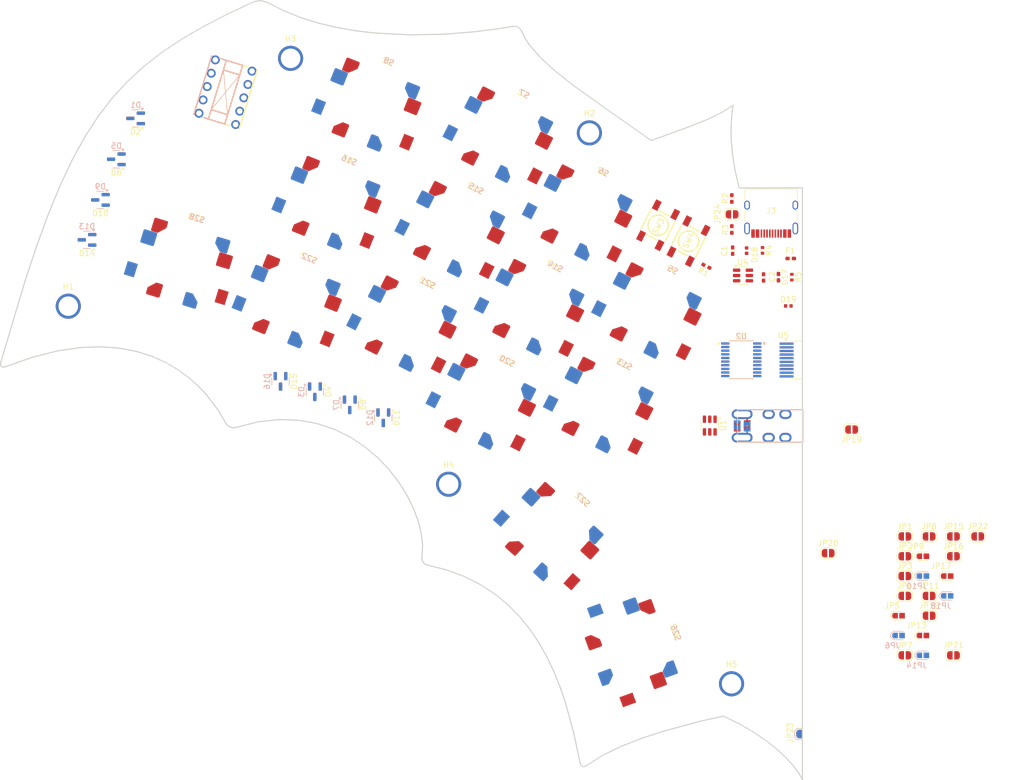
<source format=kicad_pcb>
(kicad_pcb (version 20240108) (generator "pcbnew") (generator_version "8.0")
  (layers (0 "F.Cu" signal) (31 "B.Cu" signal) (34 "B.Paste" user) (35 "F.Paste" user) (36 "B.SilkS" user "B.Silkscreen") (37 "F.SilkS" user "F.Silkscreen") (38 "B.Mask" user) (39 "F.Mask" user) (44 "Edge.Cuts" user))
  (net 0 "")
  (net 1 "VCC")
  (net 2 "GND")
  (net 3 "+3.3V")
  (net 4 "ROW1")
  (net 5 "Net-(D1-A-Pad1)")
  (net 6 "Net-(D1-A-Pad2)")
  (net 7 "Net-(D2-K)")
  (net 8 "Net-(D2-A-Pad1)")
  (net 9 "Net-(D2-A-Pad2)")
  (net 10 "Net-(D3-A-Pad2)")
  (net 11 "Net-(D3-A-Pad1)")
  (net 12 "Net-(D4-A-Pad2)")
  (net 13 "Net-(D4-A-Pad1)")
  (net 14 "Net-(D5-A-Pad2)")
  (net 15 "ROW2")
  (net 16 "Net-(D5-A-Pad1)")
  (net 17 "Net-(D6-A-Pad2)")
  (net 18 "Net-(D6-A-Pad1)")
  (net 19 "Net-(D6-K)")
  (net 20 "Net-(D7-A-Pad1)")
  (net 21 "Net-(D7-A-Pad2)")
  (net 22 "Net-(D8-A-Pad1)")
  (net 23 "Net-(D8-A-Pad2)")
  (net 24 "Net-(D9-A-Pad1)")
  (net 25 "ROW3")
  (net 26 "Net-(D9-A-Pad2)")
  (net 27 "Net-(D10-K)")
  (net 28 "Net-(D10-A-Pad1)")
  (net 29 "Net-(D10-A-Pad2)")
  (net 30 "Net-(D11-A-Pad1)")
  (net 31 "Net-(D11-A-Pad2)")
  (net 32 "Net-(D12-A-Pad1)")
  (net 33 "Net-(D12-A-Pad2)")
  (net 34 "Net-(D13-A-Pad2)")
  (net 35 "ROW4")
  (net 36 "Net-(D13-A-Pad1)")
  (net 37 "Net-(D14-A-Pad2)")
  (net 38 "Net-(D14-A-Pad1)")
  (net 39 "Net-(D14-K)")
  (net 40 "Net-(D15-A-Pad1)")
  (net 41 "Net-(D15-A-Pad2)")
  (net 42 "Net-(D16-A-Pad2)")
  (net 43 "Net-(D16-A-Pad1)")
  (net 44 "Net-(D17-A)")
  (net 45 "Net-(D18-A)")
  (net 46 "Net-(D19-A)")
  (net 47 "VBUS")
  (net 48 "Net-(J1-SHIELD)")
  (net 49 "Net-(J2-SHIELD)")
  (net 50 "PORT+")
  (net 51 "PORT-")
  (net 52 "Net-(J3-SHIELD)")
  (net 54 "Net-(J3-CC2)")
  (net 56 "Net-(J3-CC1)")
  (net 57 "L_ROW1")
  (net 58 "R_ROW1")
  (net 59 "Net-(JP5-B)")
  (net 60 "L_ROW2")
  (net 61 "R_ROW2")
  (net 62 "Net-(JP10-A)")
  (net 63 "L_ROW3")
  (net 64 "R_ROW3")
  (net 65 "Net-(JP13-B)")
  (net 66 "L_ROW4")
  (net 67 "R_ROW4")
  (net 68 "Net-(JP17-B)")
  (net 69 "COL1")
  (net 70 "L_COL1")
  (net 71 "COL4")
  (net 72 "R_COL1")
  (net 73 "L_COL2")
  (net 74 "COL2")
  (net 75 "R_COL2")
  (net 76 "COL3")
  (net 77 "Net-(SW3-A)")
  (net 78 "DP")
  (net 79 "USRLED")
  (net 80 "RST")
  (net 81 "Net-(J1-PadR1)")
  (net 82 "Net-(J1-PadR2)")
  (net 96 "DM")
  (net 102 "R_TX")
  (net 103 "R_RX")
  (net 104 "L_RX")
  (net 105 "L_TX")
  (footprint "Package_SO:TSSOP-20_4.4x6.5mm_P0.65mm" (layer "F.Cu") (at 157.7 86.7)
    (property "Reference" "U3")
    (property "Value" "CH552T")
  )
  (footprint "Jumper:SolderJumper-2_P1.3mm_Open_RoundedPad1.0x1.5mm" (layer "F.Cu") (at 186.9775 118.35)
    (property "Reference" "JP1")
    (property "Value" "SolderJumper_2_Open")
  )
  (footprint "Package_TO_SOT_SMD:SOT-23" (layer "F.Cu") (at 81.35 92.425 -90)
    (property "Reference" "D4")
    (property "Value" "BAS70-06-CAnode")
  )
  (footprint "Resistor_SMD:R_0402_1005Metric_Pad0.72x0.64mm_HandSolder" (layer "F.Cu") (at 156 57.8 90)
    (property "Reference" "R2")
    (property "Value" "5.1k")
  )
  (footprint "Resistor_SMD:R_0402_1005Metric" (layer "F.Cu") (at 166.75 71.9 90)
    (property "Reference" "R5")
    (property "Value" "1k")
  )
  (footprint "MyFootprintsCollection:SW_Hotswap_Kailh_Choc_MX_1.00u_One_Sided" (layer "F.Cu") (at 84.198144 58.635272 -22)
    (property "Reference" "S9" (hide yes))
    (property "Value" "Keyswitch" (hide yes))
  )
  (footprint "Resistor_SMD:R_0402_1005Metric" (layer "F.Cu") (at 161.5 67.1 90)
    (property "Reference" "R4")
    (property "Value" "1k")
  )
  (footprint "MyFootprintsCollection:MountingHole_3.5mmX4.5mm_Pad" (layer "F.Cu") (at 130.5 46.05)
    (property "Reference" "H2")
    (property "Value" "Mounting_Hole")
  )
  (footprint "MyFootprintsCollection:SW_Hotswap_Kailh_Choc_MX_1.00u_One_Sided" (layer "F.Cu") (at 57.639575 69.321057 -17)
    (property "Reference" "S23" (hide yes))
    (property "Value" "Keyswitch" (hide yes))
  )
  (footprint "MyFootprintsCollection:SolderJumper-EdgeCut-F.Cu-Placing" (layer "F.Cu") (at 195.6775 125.45)
    (property "Reference" "JP17")
    (property "Value" "SolderJumper_2_Open")
  )
  (footprint "LED_SMD:LED_0402_1005Metric" (layer "F.Cu") (at 158.65 67.15 -90)
    (property "Reference" "D18")
    (property "Value" "PWR LED")
  )
  (footprint "MyFootprintsCollection:SW_Hotswap_Kailh_Choc_MX_1.00u_One_Sided" (layer "F.Cu") (at 120.475312 77.416082 -27)
    (property "Reference" "S11" (hide yes))
    (property "Value" "Keyswitch" (hide yes))
  )
  (footprint "Jumper:SolderJumper-2_P1.3mm_Open_RoundedPad1.0x1.5mm" (layer "F.Cu") (at 191.3275 132.55)
    (property "Reference" "JP12")
    (property "Value" "SolderJumper_2_Open")
  )
  (footprint "MyFootprintsCollection:SW_Hotswap_Kailh_Choc_MX_1.00u_One_Sided" (layer "F.Cu") (at 114.89595 46.515099 -27)
    (property "Reference" "S2" (hide yes))
    (property "Value" "Keyswitch" (hide yes))
  )
  (footprint "Package_TO_SOT_SMD:SOT-23-6" (layer "F.Cu") (at 152.05 98.4875 -90)
    (property "Reference" "U1")
    (property "Value" "USBLC6-2SC6")
  )
  (footprint "MyFootprintsCollection:SolderJumper-EdgeCut-F.Cu-Placing" (layer "F.Cu") (at 191.3275 136.1)
    (property "Reference" "JP13")
    (property "Value" "SolderJumper_2_Open")
  )
  (footprint "MyFootprintsCollection:SolderJumper-EdgeCut-F.Cu-Placing" (layer "F.Cu") (at 191.3275 121.9)
    (property "Reference" "JP9")
    (property "Value" "SolderJumper_2_Open")
  )
  (footprint "Resistor_SMD:R_0402_1005Metric_Pad0.72x0.64mm_HandSolder" (layer "F.Cu") (at 156 63.35 -90)
    (property "Reference" "R3")
    (property "Value" "5.1k")
  )
  (footprint "Jumper:SolderJumper-2_P1.3mm_Open_RoundedPad1.0x1.5mm" (layer "F.Cu") (at 173.25 121.35)
    (property "Reference" "JP20")
    (property "Value" "SolderJumper_2_Open")
  )
  (footprint "Jumper:SolderJumper-2_P1.3mm_Open_RoundedPad1.0x1.5mm" (layer "F.Cu") (at 191.3275 129)
    (property "Reference" "JP11")
    (property "Value" "SolderJumper_2_Open")
  )
  (footprint "MyFootprintsCollection:KEY-SMD_4P-L4.8-W4.8-P3.70-LS6.4-TL" (layer "F.Cu") (at 142.8 62.6 63)
    (property "Reference" "SW3")
    (property "Value" "BOOT")
  )
  (footprint "Jumper:SolderJumper-2_P1.3mm_Open_RoundedPad1.0x1.5mm" (layer "F.Cu") (at 195.6775 118.35)
    (property "Reference" "JP15")
    (property "Value" "SolderJumper_2_Open")
  )
  (footprint "MyFootprintsCollection:SolderJumper-EdgeCut-F.Cu-Placing" (layer "F.Cu") (at 186.9775 132.55)
    (property "Reference" "JP5")
    (property "Value" "SolderJumper_2_Open")
  )
  (footprint "Package_TO_SOT_SMD:SOT-23" (layer "F.Cu") (at 45.8 50.775 180)
    (property "Reference" "D6")
    (property "Value" "BAS70-05-CCatode")
  )
  (footprint "MyFootprintsCollection:SW_Hotswap_Kailh_Choc_MX_1.00u_One_Sided" (layer "F.Cu") (at 77.080619 76.251765 -22)
    (property "Reference" "S17" (hide yes))
    (property "Value" "Keyswitch" (hide yes))
  )
  (footprint "Jumper:SolderJumper-2_P1.3mm_Open_RoundedPad1.0x1.5mm" (layer "F.Cu") (at 177.45 99.2 180)
    (property "Reference" "JP19")
    (property "Value" "SolderJumper_2_Open")
  )
  (footprint "MyFootprintsCollection:SW_Hotswap_Kailh_Choc_MX_1.00u_One_Sided" (layer "F.Cu") (at 141.49035 78.022843 -27)
    (property "Reference" "S4" (hide yes))
    (property "Value" "Keyswitch" (hide yes))
  )
  (footprint "MyFootprintsCollection:SW_Hotswap_Kailh_Choc_MX_1.00u_One_Sided" (layer "F.Cu") (at 129.101131 60.486958 -27)
    (property "Reference" "S3" (hide yes))
    (property "Value" "Keyswitch" (hide yes))
  )
  (footprint "MyFootprintsCollection:MountingHole_3.5mmX4.5mm_Pad" (layer "F.Cu") (at 155.95 144.75)
    (property "Reference" "H5")
    (property "Value" "Mounting_Hole")
  )
  (footprint "MyFootprintsCollection:SolderJumper-F.Cu-B.Cu" (layer "F.Cu") (at 168.65 153.75)
    (property "Reference" "JP23")
    (property "Value" "SolderJumper_2_Open")
  )
  (footprint "Capacitor_SMD:C_0402_1005Metric_Pad0.74x0.62mm_HandSolder" (layer "F.Cu") (at 156.15 67.15 90)
    (property "Reference" "C1")
    (property "Value" "100nF")
  )
  (footprint "Fuse:Fuse_0402_1005Metric_Pad0.77x0.64mm_HandSolder" (layer "F.Cu") (at 166.55 68.55 180)
    (property "Reference" "F1")
    (property "Value" "500mA")
  )
  (footprint "Jumper:SolderJumper-2_P1.3mm_Open_RoundedPad1.0x1.5mm" (layer "F.Cu") (at 186.9775 121.9)
    (property "Reference" "JP2")
    (property "Value" "SolderJumper_2_Open")
  )
  (footprint "Jumper:SolderJumper-2_P1.3mm_Open_RoundedPad1.0x1.5mm" (layer "F.Cu") (at 186.9775 125.45)
    (property "Reference" "JP3")
    (property "Value" "SolderJumper_2_Open")
  )
  (footprint "Package_TO_SOT_SMD:SOT-23" (layer "F.Cu") (at 40.55 65.2125 180)
    (property "Reference" "D14")
    (property "Value" "BAS70-05-CCatode")
  )
  (footprint "Jumper:SolderJumper-2_P1.3mm_Open_RoundedPad1.0x1.5mm" (layer "F.Cu") (at 186.9775 129)
    (property "Reference" "JP4")
    (property "Value" "SolderJumper_2_Open")
  )
  (footprint "MyFootprintsCollection:SolderJumper-EdgeCut-B.Cu-Placing" (layer "F.Cu") (at 191.3275 139.65)
    (property "Reference" "JP14")
    (property "Value" "SolderJumper_2_Open")
  )
  (footprint "MyFootprintsCollection:SW_Hotswap_Kailh_Choc_MX_1.00u_One_Sided" (layer "F.Cu") (at 111.849492 94.345206 -27)
    (property "Reference" "S19" (hide yes))
    (property "Value" "Keyswitch" (hide yes))
  )
  (footprint "Connector_USB:USB_C_Receptacle_HRO_TYPE-C-31-M-12" (layer "F.Cu") (at 163.05 60.04 180)
    (property "Reference" "J3")
    (property "Value" "USB_C_Receptacle_USB2.0" (hide yes))
  )
  (footprint "Diode_SMD:D_0402_1005Metric_Pad0.77x0.64mm_HandSolder" (layer "F.Cu") (at 164.35 71.9 -90)
    (property "Reference" "D17")
    (property "Value" "PMEG2010EA")
  )
  (footprint "MyFootprintsCollection:SW_Hotswap_Kailh_Choc_MX_1.00u_One_Sided" (layer "F.Cu") (at 91.31567 41.018779 -22)
    (property "Reference" "S1" (hide yes))
    (property "Value" "Keyswitch" (hide yes))
  )
  (footprint "Package_TO_SOT_SMD:SOT-23" (layer "F.Cu") (at 42.95 58.0625 180)
    (property "Reference" "D10")
    (property "Value" "BAS70-05-CCatode")
  )
  (footprint "MyFootprintsCollection:PJ-320A-REVERSIBLE-B.Cu-placing" (layer "F.Cu") (at 168.9 98.55 -90)
    (property "Reference" "J2")
    (property "Value" "AudioJack4" (hide yes))
  )
  (footprint "Jumper:SolderJumper-2_P1.3mm_Open_RoundedPad1.0x1.5mm" (layer "F.Cu") (at 200.0275 118.35)
    (property "Reference" "JP22")
    (property "Value" "SolderJumper_2_Open")
  )
  (footprint "Jumper:SolderJumper-2_P1.3mm_Open_RoundedPad1.0x1.5mm" (layer "F.Cu") (at 186.9775 139.65)
    (property "Reference" "JP7")
    (property "Value" "SolderJumper_2_Open")
  )
  (footprint "Package_TO_SOT_SMD:SOT-23-6" (layer "F.Cu") (at 158 71.6)
    (property "Reference" "U4")
    (property "Value" "USBLC6-2SC6")
  )
  (footprint "MyFootprintsCollection:PJ-320A-REVERSIBLE-F.Cu-placing" (layer "F.Cu") (at 168.894367 98.548792 -90)
    (property "Reference" "J1")
    (property "Value" "AudioJack4" (hide yes))
  )
  (footprint "MyFootprintsCollection:SW_Hotswap_Kailh_Choc_MX_1.00u_One_Sided" (layer "F.Cu") (at 138.033774 138.347315 -70)
    (property "Reference" "S25" (hide yes))
    (property "Value" "Keyswitch" (hide yes))
  )
  (footprint "Resistor_SMD:R_0402_1005Metric_Pad0.72x0.64mm_HandSolder" (layer "F.Cu") (at 151.45 69.95 153)
    (property "Reference" "R1")
    (property "Value" "10k")
  )
  (footprint "Package_TO_SOT_SMD:SOT-23" (layer "F.Cu") (at 75.2 90.575 -90)
    (property "Reference" "D15")
    (property "Value" "BAS70-06-CAnode")
  )
  (footprint "MyFootprintsCollection:SW_Hotswap_Kailh_Choc_MX_1.00u_One_Sided" (layer "F.Cu") (at 123.617572 117.947828 -41.999)
    (property "Reference" "S24" (hide yes))
    (property "Value" "Keyswitch" (hide yes))
  )
  (footprint "MyFootprintsCollection:KEY-SMD_4P-L4.8-W4.8-P3.70-LS6.4-TL" (layer "F.Cu") (at 148.25 65.45 -117)
    (property "Reference" "SW4")
    (property "Value" "RESET")
  )
  (footprint "MyFootprintsCollection:MountingHole_3.5mmX4.5mm_Pad" (layer "F.Cu") (at 105.301486 108.996454)
    (property "Reference" "H4")
    (property "Value" "Mounting_Hole")
  )
  (footprint "Jumper:SolderJumper-2_P1.3mm_Open_RoundedPad1.0x1.5mm" (layer "F.Cu") (at 195.6775 121.9)
    (property "Reference" "JP16")
    (property "Value" "SolderJumper_2_Open")
  )
  (footprint "MyFootprintsCollection:SW_Hotswap_Kailh_Choc_MX_1.00u_One_Sided" (layer "F.Cu") (at 97.644311 80.373347 -27)
    (property "Reference" "S18" (hide yes))
    (property "Value" "Keyswitch" (hide yes))
  )
  (footprint "Package_TO_SOT_SMD:SOT-23" (layer "F.Cu") (at 93.6 97.075 -90)
    (property "Reference" "D11")
    (property "Value" "BAS70-06-CAnode")
  )
  (footprint "Package_TO_SOT_SMD:SOT-23" (layer "F.Cu") (at 87.6 94.775 -90)
    (property "Reference" "D8")
    (property "Value" "BAS70-06-CAnode")
  )
  (footprint "MyFootprintsCollection:SW-TH_SSCF110100" (layer "F.Cu") (at 68.631037 39.771714 -17)
    (property "Reference" "SW2" (hide yes))
    (property "Value" "~")
  )
  (footprint "MyFootprintsCollection:SW_Hotswap_Kailh_Choc_MX_1.00u_One_Sided" (layer "F.Cu") (at 132.864531 94.951967 -27)
    (property "Reference" "S12" (hide yes))
    (property "Value" "Keyswitch" (hide yes))
  )
  (footprint "Package_TO_SOT_SMD:SOT-23" (layer "F.Cu") (at 49.25 43.45 180)
    (property "Reference" "D2")
    (property "Value" "BAS70-05-CCatode")
  )
  (footprint "MyFootprintsCollection:SolderJumper-EdgeCut-B.Cu-Placing" (layer "F.Cu") (at 191.3275 125.45)
    (property "Reference" "JP10")
    (property "Value" "SolderJumper_2_Open")
  )
  (footprint "MyFootprintsCollection:MountingHole_3.5mmX4.5mm_Pad" (layer "F.Cu") (at 77.001486 32.696454)
    (property "Reference" "H3")
    (property "Value" "Mounting_Hole")
  )
  (footprint "LED_SMD:LED_0402_1005Metric" (layer "F.Cu") (at 166.1175 77.05)
    (property "Reference" "D19")
    (property "Value" "USR LED")
  )
  (footprint "Jumper:SolderJumper-2_P1.3mm_Open_RoundedPad1.0x1.5mm" (layer "F.Cu") (at 195.6775 139.65)
    (property "Reference" "JP21")
    (property "Value" "SolderJumper_2_Open")
  )
  (footprint "Capacitor_SMD:C_0402_1005Metric_Pad0.74x0.62mm_HandSolder" (layer "F.Cu") (at 161.68 71.95 90)
    (property "Reference" "C2")
    (property "Value" "100nF")
  )
  (footprint "Jumper:SolderJumper-2_P1.3mm_Open_RoundedPad1.0x1.5mm" (layer "F.Cu") (at 156.05 60.65 180)
    (property "Reference" "JP24")
    (property "Value" "SolderJumper_2_Open")
  )
  (footprint "MyFootprintsCollection:TSSOP-20_4.4x6.5mm_P0.65mm-REVERSIBLE" (layer "F.Cu") (at 168.66875 86.7425)
    (property "Reference" "U5")
    (property "Value" "CH552T")
  )
  (footprint "MyFootprintsCollection:SolderJumper-EdgeCut-B.Cu-Placing" (layer "F.Cu") (at 195.6775 129)
    (property "Reference" "JP18")
    (property "Value" "SolderJumper_2_Open")
  )
  (footprint "Jumper:SolderJumper-2_P1.3mm_Open_RoundedPad1.0x1.5mm" (layer "F.Cu") (at 191.3275 118.35)
    (property "Reference" "JP8")
    (property "Value" "SolderJumper_2_Open")
  )
  (footprint "MyFootprintsCollection:SolderJumper-EdgeCut-B.Cu-Placing" (layer "F.Cu") (at 186.9775 136.1)
    (property "Reference" "JP6")
    (property "Value" "SolderJumper_2_Open")
  )
  (footprint "MyFootprintsCollection:SW_Hotswap_Kailh_Choc_MX_1.00u_One_Sided" (layer "F.Cu") (at 106.270131 63.444223 -27)
    (property "Reference" "S10" (hide yes))
    (property "Value" "Keyswitch" (hide yes))
  )
  (footprint "MyFootprintsCollection:MountingHole_3.5mmX4.5mm_Pad" (layer "F.Cu") (at 37.201486 77.096454)
    (property "Reference" "H1")
    (property "Value" "Mounting_Hole")
  )
  (footprint "MyFootprintsCollection:SW_Hotswap_Kailh_Choc_MX_1.00u_One_Sided" (layer "B.Cu") (at 132.864531 94.951967 153)
    (property "Reference" "S13" (hide yes))
    (property "Value" "Keyswitch" (hide yes))
  )
  (footprint "MyFootprintsCollection:SW_Hotswap_Kailh_Choc_MX_1.00u_One_Sided" (layer "B.Cu") (at 111.849492 94.345206 153)
    (property "Reference" "S20" (hide yes))
    (property "Value" "Keyswitch" (hide yes))
  )
  (footprint "MyFootprintsCollection:SW_Hotswap_Kailh_Choc_MX_1.00u_One_Sided" (layer "B.Cu") (at 120.475312 77.416082 153)
    (property "Reference" "S14" (hide yes))
    (property "Value" "Keyswitch" (hide yes))
  )
  (footprint "MyFootprintsCollection:SW_Hotswap_Kailh_Choc_MX_1.00u_One_Sided" (layer "B.Cu") (at 97.644311 80.373347 153)
    (property "Reference" "S21" (hide yes))
    (property "Value" "Keyswitch" (hide yes))
  )
  (footprint "MyFootprintsCollection:SW-TH_SSCF110100" (layer "B.Cu") (at 62.064627 37.752978 163)
    (property "Reference" "SW1" (hide yes))
    (property "Value" "~")
  )
  (footprint "MyFootprintsCollection:SW_Hotswap_Kailh_Choc_MX_1.00u_One_Sided" (layer "B.Cu") (at 141.49035 78.022843 153)
    (property "Reference" "S5" (hide yes))
    (property "Value" "Keyswitch" (hide yes))
  )
  (footprint "Package_TO_SOT_SMD:SOT-23" (layer "B.Cu") (at 49.2625 43.4625 180)
    (property "Reference" "D1")
    (property "Value" "BAS70-06-CAnode")
  )
  (footprint "MyFootprintsCollection:SW_Hotswap_Kailh_Choc_MX_1.00u_One_Sided" (layer "B.Cu") (at 57.639575 69.321057 163)
    (property "Reference" "S28" (hide yes))
    (property "Value" "Keyswitch" (hide yes))
  )
  (footprint "Package_TO_SOT_SMD:SOT-23" (layer "B.Cu") (at 45.8 50.7875 180)
    (property "Reference" "D5")
    (property "Value" "BAS70-06-CAnode")
  )
  (footprint "MyFootprintsCollection:SW_Hotswap_Kailh_Choc_MX_1.00u_One_Sided" (layer "B.Cu") (at 123.617572 117.947828 138.002)
    (property "Reference" "S27" (hide yes))
    (property "Value" "Keyswitch" (hide yes))
  )
  (footprint "Package_TO_SOT_SMD:SOT-23" (layer "B.Cu") (at 81.35 92.4375 -90)
    (property "Reference" "D3")
    (property "Value" "BAS70-05-CCatode")
  )
  (footprint "Package_TO_SOT_SMD:SOT-23" (layer "B.Cu") (at 75.2 90.575 -90)
    (property "Reference" "D16")
    (property "Value" "BAS70-05-CCatode")
  )
  (footprint "Package_TO_SOT_SMD:SOT-23" (layer "B.Cu") (at 93.6 97.0875 -90)
    (property "Reference" "D12")
    (property "Value" "BAS70-05-CCatode")
  )
  (footprint "MyFootprintsCollection:SW_Hotswap_Kailh_Choc_MX_1.00u_One_Sided" (layer "B.Cu") (at 84.198144 58.635272 158)
    (property "Reference" "S16" (hide yes))
    (property "Value" "Keyswitch" (hide yes))
  )
  (footprint "Package_SO:TSSOP-20_4.4x6.5mm_P0.65mm" (layer "B.Cu") (at 157.7 86.7 180)
    (property "Reference" "U2")
    (property "Value" "CH552T")
  )
  (footprint "MyFootprintsCollection:SW_Hotswap_Kailh_Choc_MX_1.00u_One_Sided" (layer "B.Cu") (at 91.315669 41.018779 158)
    (property "Reference" "S8" (hide yes))
    (property "Value" "Keyswitch" (hide yes))
  )
  (footprint "MyFootprintsCollection:SW_Hotswap_Kailh_Choc_MX_1.00u_One_Sided" (layer "B.Cu") (at 129.101131 60.486958 153)
    (property "Reference" "S6" (hide yes))
    (property "Value" "Keyswitch" (hide yes))
  )
  (footprint "Package_TO_SOT_SMD:SOT-23" (layer "B.Cu") (at 40.55 65.2125 180)
    (property "Reference" "D13")
    (property "Value" "BAS70-06-CAnode")
  )
  (footprint "MyFootprintsCollection:SW_Hotswap_Kailh_Choc_MX_1.00u_One_Sided" (layer "B.Cu") (at 77.080619 76.251765 158)
    (property "Reference" "S22" (hide yes))
    (property "Value" "Keyswitch" (hide yes))
  )
  (footprint "MyFootprintsCollection:SW_Hotswap_Kailh_Choc_MX_1.00u_One_Sided" (layer "B.Cu") (at 106.270131 63.444223 153)
    (property "Reference" "S15" (hide yes))
    (property "Value" "Keyswitch" (hide yes))
  )
  (footprint "MyFootprintsCollection:SW_Hotswap_Kailh_Choc_MX_1.00u_One_Sided" (layer "B.Cu") (at 138.033773 138.347315 110)
    (property "Reference" "S26" (hide yes))
    (property "Value" "Keyswitch" (hide yes))
  )
  (footprint "Package_TO_SOT_SMD:SOT-23" (layer "B.Cu") (at 87.6 94.7875 -90)
    (property "Reference" "D7")
    (property "Value" "BAS70-05-CCatode")
  )
  (footprint "MyFootprintsCollection:SW_Hotswap_Kailh_Choc_MX_1.00u_One_Sided" (layer "B.Cu") (at 114.89595 46.515099 153)
    (property "Reference" "S7" (hide yes))
    (property "Value" "Keyswitch" (hide yes))
  )
  (footprint "Package_TO_SOT_SMD:SOT-23" (layer "B.Cu") (at 42.95 58.0625 180)
    (property "Reference" "D9")
    (property "Value" "BAS70-06-CAnode")
  )
  (gr_line (start 127.431858 37.401336) (end 124.34249 34.947757) (stroke (width 0.2)) (layer "Edge.Cuts"))
  (gr_line (start 25.983725 87.927428) (end 30.777176 86.241632) (stroke (width 0.2)) (layer "Edge.Cuts"))
  (gr_line (start 85.350855 27.1852) (end 82.07129 26.409673) (stroke (width 0.2)) (layer "Edge.Cuts"))
  (gr_line (start 61.480966 26.952433) (end 57.580661 29.215013) (stroke (width 0.2)) (layer "Edge.Cuts"))
  (gr_line (start 125.216233 145.225345) (end 126.161664 147.971479) (stroke (width 0.2)) (layer "Edge.Cuts"))
  (gr_line (start 65.728353 98.48501) (end 66.170834 98.770483) (stroke (width 0.2)) (layer "Edge.Cuts"))
  (gr_line (start 150.370753 151.452578) (end 154.474545 150.53805) (stroke (width 0.2)) (layer "Edge.Cuts"))
  (gr_line (start 100.685095 122.933471) (end 101.010304 123.277962) (stroke (width 0.2)) (layer "Edge.Cuts"))
  (gr_line (start 141.572065 47.421682) (end 134.433805 42.404121) (stroke (width 0.2)) (layer "Edge.Cuts"))
  (gr_line (start 130.068235 159.353663) (end 132.849009 157.561531) (stroke (width 0.2)) (layer "Edge.Cuts"))
  (gr_line (start 117.809726 27.164279) (end 117.344424 26.965674) (stroke (width 0.2)) (layer "Edge.Cuts"))
  (gr_line (start 157.375648 151.949172) (end 159.959498 153.451715) (stroke (width 0.2)) (layer "Edge.Cuts"))
  (gr_line (start 50.777637 34.101522) (end 47.802881 36.830748) (stroke (width 0.2)) (layer "Edge.Cuts"))
  (gr_line (start 40.153419 46.794107) (end 37.908472 50.882617) (stroke (width 0.2)) (layer "Edge.Cuts"))
  (gr_line (start 99.049043 113.444801) (end 99.902943 115.782134) (stroke (width 0.2)) (layer "Edge.Cuts"))
  (gr_line (start 156.058119 42.143763) (end 156.234525 41.114022) (stroke (width 0.2)) (layer "Edge.Cuts"))
  (gr_line (start 100.438688 118.019575) (end 100.647421 120.098832) (stroke (width 0.2)) (layer "Edge.Cuts"))
  (gr_line (start 45.064605 39.820821) (end 42.52679 43.124391) (stroke (width 0.2)) (layer "Edge.Cuts"))
  (gr_line (start 91.973215 28.154804) (end 88.66371 27.759753) (stroke (width 0.2)) (layer "Edge.Cuts"))
  (gr_line (start 156.106878 49.753375) (end 155.892407 47.222656) (stroke (width 0.2)) (layer "Edge.Cuts"))
  (gr_line (start 155.892407 47.222656) (end 155.853346 45.09336) (stroke (width 0.2)) (layer "Edge.Cuts"))
  (gr_line (start 155.853346 45.09336) (end 156.058119 42.143763) (stroke (width 0.2)) (layer "Edge.Cuts"))
  (gr_line (start 154.474545 150.53805) (end 157.375648 151.949172) (stroke (width 0.2)) (layer "Edge.Cuts"))
  (gr_line (start 66.6813 98.89158) (end 67.209875 98.824181) (stroke (width 0.2)) (layer "Edge.Cuts"))
  (gr_line (start 109.708057 27.958059) (end 104.444937 28.369449) (stroke (width 0.2)) (layer "Edge.Cuts"))
  (gr_line (start 71.190835 97.813304) (end 74.959918 97.402059) (stroke (width 0.2)) (layer "Edge.Cuts"))
  (gr_line (start 81.827023 98.145292) (end 84.907334 99.183184) (stroke (width 0.2)) (layer "Edge.Cuts"))
  (gr_line (start 101.010304 123.277962) (end 101.479845 123.473479) (stroke (width 0.2)) (layer "Edge.Cuts"))
  (gr_line (start 30.777176 86.241632) (end 35.204641 85.123941) (stroke (width 0.2)) (layer "Edge.Cuts"))
  (gr_line (start 46.409751 84.624711) (end 49.4919 85.224654) (stroke (width 0.2)) (layer "Edge.Cuts"))
  (gr_line (start 156.557593 52.65934) (end 156.106878 49.753375) (stroke (width 0.2)) (layer "Edge.Cuts"))
  (gr_line (start 84.907334 99.183184) (end 87.740341 100.587533) (stroke (width 0.2)) (layer "Edge.Cuts"))
  (gr_line (start 52.267378 86.115309) (end 54.748045 87.241198) (stroke (width 0.2)) (layer "Edge.Cuts"))
  (gr_line (start 33.659779 60.526621) (end 31.583997 66.187412) (stroke (width 0.2)) (layer "Edge.Cuts"))
  (gr_line (start 99.902943 115.782134) (end 100.438688 118.019575) (stroke (width 0.2)) (layer "Edge.Cuts"))
  (gr_line (start 119.707943 30.220776) (end 118.976155 29.088897) (stroke (width 0.2)) (layer "Edge.Cuts"))
  (gr_line (start 54.748045 87.241198) (end 56.945765 88.546841) (stroke (width 0.2)) (layer "Edge.Cuts"))
  (gr_line (start 66.170834 98.770483) (end 66.6813 98.89158) (stroke (width 0.2)) (layer "Edge.Cuts"))
  (gr_line (start 110.988033 126.976385) (end 113.572612 128.664559) (stroke (width 0.2)) (layer "Edge.Cuts"))
  (gr_line (start 104.958588 124.356067) (end 108.122338 125.531962) (stroke (width 0.2)) (layer "Edge.Cuts"))
  (gr_line (start 92.629018 104.26243) (end 94.666975 106.416392) (stroke (width 0.2)) (layer "Edge.Cuts"))
  (gr_line (start 154.097776 42.43446) (end 151.785373 43.577766) (stroke (width 0.2)) (layer "Edge.Cuts"))
  (gr_line (start 148.031931 45.066115) (end 141.572065 47.421682) (stroke (width 0.2)) (layer "Edge.Cuts"))
  (gr_line (start 42.52679 43.124391) (end 40.153419 46.794107) (stroke (width 0.2)) (layer "Edge.Cuts"))
  (gr_line (start 143.622748 153.283334) (end 150.370753 151.452578) (stroke (width 0.2)) (layer "Edge.Cuts"))
  (gr_line (start 65.403735 98.059283) (end 65.728353 98.48501) (stroke (width 0.2)) (layer "Edge.Cuts"))
  (gr_line (start 159.959498 153.451715) (end 162.223225 155.001506) (stroke (width 0.2)) (layer "Edge.Cuts"))
  (gr_line (start 64.105345 95.829632) (end 65.403735 98.059283) (stroke (width 0.2)) (layer "Edge.Cuts"))
  (gr_line (start 71.640868 22.344574) (end 70.459255 22.525372) (stroke (width 0.2)) (layer "Edge.Cuts"))
  (gr_line (start 121.719786 32.548601) (end 119.707943 30.220776) (stroke (width 0.2)) (layer "Edge.Cuts"))
  (gr_line (start 98.435616 28.492292) (end 91.973215 28.154804) (stroke (width 0.2)) (layer "Edge.Cuts"))
  (gr_line (start 100.520285 121.96161) (end 100.517371 122.481017) (stroke (width 0.2)) (layer "Edge.Cuts"))
  (gr_line (start 100.647421 120.098832) (end 100.520285 121.96161) (stroke (width 0.2)) (layer "Edge.Cuts"))
  (gr_line (start 25.222248 87.907324) (end 25.534364 88.020162) (stroke (width 0.2)) (layer "Edge.Cuts"))
  (gr_line (start 108.122338 125.531962) (end 110.988033 126.976385) (stroke (width 0.2)) (layer "Edge.Cuts"))
  (gr_line (start 127.683453 153.501189) (end 128.826065 158.915628) (stroke (width 0.2)) (layer "Edge.Cuts"))
  (gr_line (start 74.959918 97.402059) (end 78.508266 97.532153) (stroke (width 0.2)) (layer "Edge.Cuts"))
  (gr_line (start 47.802881 36.830748) (end 45.064605 39.820821) (stroke (width 0.2)) (layer "Edge.Cuts"))
  (gr_line (start 115.893013 130.571703) (end 117.966174 132.67304) (stroke (width 0.2)) (layer "Edge.Cuts"))
  (gr_line (start 72.798735 22.662512) (end 71.640868 22.344574) (stroke (width 0.2)) (layer "Edge.Cuts"))
  (gr_line (start 139.872332 154.515746) (end 143.622748 153.283334) (stroke (width 0.2)) (layer "Edge.Cuts"))
  (gr_line (start 65.761825 24.740102) (end 61.480966 26.952433) (stroke (width 0.2)) (layer "Edge.Cuts"))
  (gr_line (start 25.118685 87.156736) (end 25.07461 87.611864) (stroke (width 0.2)) (layer "Edge.Cuts"))
  (gr_line (start 162.223225 155.001506) (end 164.163959 156.554369) (stroke (width 0.2)) (layer "Edge.Cuts"))
  (gr_line (start 96.422202 108.703636) (end 97.885844 111.065871) (stroke (width 0.2)) (layer "Edge.Cuts"))
  (gr_line (start 124.125193 142.524731) (end 125.216233 145.225345) (stroke (width 0.2)) (layer "Edge.Cuts"))
  (gr_line (start 25.07461 87.611864) (end 25.222248 87.907324) (stroke (width 0.2)) (layer "Edge.Cuts"))
  (gr_line (start 29.492566 72.477595) (end 25.118685 87.156736) (stroke (width 0.2)) (layer "Edge.Cuts"))
  (gr_line (start 49.4919 85.224654) (end 52.267378 86.115309) (stroke (width 0.2)) (layer "Edge.Cuts"))
  (gr_line (start 119.809035 134.94379) (end 121.438533 137.359174) (stroke (width 0.2)) (layer "Edge.Cuts"))
  (gr_line (start 56.945765 88.546841) (end 58.8724 89.976761) (stroke (width 0.2)) (layer "Edge.Cuts"))
  (gr_line (start 54.024891 31.580493) (end 50.777637 34.101522) (stroke (width 0.2)) (layer "Edge.Cuts"))
  (gr_line (start 151.785373 43.577766) (end 148.031931 45.066115) (stroke (width 0.2)) (layer "Edge.Cuts"))
  (gr_line (start 129.281726 159.571947) (end 129.649949 159.575262) (stroke (width 0.2)) (layer "Edge.Cuts"))
  (gr_line (start 117.966174 132.67304) (end 119.809035 134.94379) (stroke (width 0.2)) (layer "Edge.Cuts"))
  (gr_line (start 87.740341 100.587533) (end 90.317187 102.300046) (stroke (width 0.2)) (layer "Edge.Cuts"))
  (gr_line (start 43.009066 84.370959) (end 46.409751 84.624711) (stroke (width 0.2)) (layer "Edge.Cuts"))
  (gr_line (start 67.209875 98.824181) (end 71.190835 97.813304) (stroke (width 0.2)) (layer "Edge.Cuts"))
  (gr_line (start 118.188758 27.515236) (end 117.809726 27.164279) (stroke (width 0.2)) (layer "Edge.Cuts"))
  (gr_line (start 168.639575 161.913067) (end 168.639575 55.902998) (stroke (width 0.2)) (layer "Edge.Cuts"))
  (gr_line (start 164.163959 156.554369) (end 165.77883 158.066132) (stroke (width 0.2)) (layer "Edge.Cuts"))
  (gr_line (start 88.66371 27.759753) (end 85.350855 27.1852) (stroke (width 0.2)) (layer "Edge.Cuts"))
  (gr_line (start 82.07129 26.409673) (end 78.861655 25.411698) (stroke (width 0.2)) (layer "Edge.Cuts"))
  (gr_line (start 168.639575 55.902998) (end 157.305385 55.914369) (stroke (width 0.2)) (layer "Edge.Cuts"))
  (gr_line (start 126.161664 147.971479) (end 127.683453 153.501189) (stroke (width 0.2)) (layer "Edge.Cuts"))
  (gr_line (start 132.849009 157.561531) (end 136.199063 155.945351) (stroke (width 0.2)) (layer "Edge.Cuts"))
  (gr_line (start 35.755932 55.442572) (end 33.659779 60.526621) (stroke (width 0.2)) (layer "Edge.Cuts"))
  (gr_line (start 117.344424 26.965674) (end 116.823215 26.956772) (stroke (width 0.2)) (layer "Edge.Cuts"))
  (gr_line (start 136.199063 155.945351) (end 139.872332 154.515746) (stroke (width 0.2)) (layer "Edge.Cuts"))
  (gr_line (start 57.580661 29.215013) (end 54.024891 31.580493) (stroke (width 0.2)) (layer "Edge.Cuts"))
  (gr_line (start 113.931857 27.429905) (end 109.708057 27.958059) (stroke (width 0.2)) (layer "Edge.Cuts"))
  (gr_line (start 94.666975 106.416392) (end 96.422202 108.703636) (stroke (width 0.2)) (layer "Edge.Cuts"))
  (gr_line (start 58.8724 89.976761) (end 60.539813 91.475479) (stroke (width 0.2)) (layer "Edge.Cuts"))
  (gr_line (start 116.823215 26.956772) (end 113.931857 27.429905) (stroke (width 0.2)) (layer "Edge.Cuts"))
  (gr_line (start 97.885844 111.065871) (end 99.049043 113.444801) (stroke (width 0.2)) (layer "Edge.Cuts"))
  (gr_line (start 60.539813 91.475479) (end 61.959867 92.987516) (stroke (width 0.2)) (layer "Edge.Cuts"))
  (gr_line (start 122.871606 139.894414) (end 124.125193 142.524731) (stroke (width 0.2)) (layer "Edge.Cuts"))
  (gr_line (start 100.517371 122.481017) (end 100.685095 122.933471) (stroke (width 0.2)) (layer "Edge.Cuts"))
  (gr_line (start 128.826065 158.915628) (end 128.996215 159.349982) (stroke (width 0.2)) (layer "Edge.Cuts"))
  (gr_line (start 128.996215 159.349982) (end 129.281726 159.571947) (stroke (width 0.2)) (layer "Edge.Cuts"))
  (gr_line (start 104.444937 28.369449) (end 98.435616 28.492292) (stroke (width 0.2)) (layer "Edge.Cuts"))
  (gr_line (start 70.459255 22.525372) (end 65.761825 24.740102) (stroke (width 0.2)) (layer "Edge.Cuts"))
  (gr_line (start 78.508266 97.532153) (end 81.827023 98.145292) (stroke (width 0.2)) (layer "Edge.Cuts"))
  (gr_line (start 156.234525 41.114022) (end 154.097776 42.43446) (stroke (width 0.2)) (layer "Edge.Cuts"))
  (gr_line (start 31.583997 66.187412) (end 29.492566 72.477595) (stroke (width 0.2)) (layer "Edge.Cuts"))
  (gr_line (start 61.959867 92.987516) (end 64.105345 95.829632) (stroke (width 0.2)) (layer "Edge.Cuts"))
  (gr_line (start 39.277984 84.518876) (end 43.009066 84.370959) (stroke (width 0.2)) (layer "Edge.Cuts"))
  (gr_line (start 157.305385 55.914369) (end 156.557593 52.65934) (stroke (width 0.2)) (layer "Edge.Cuts"))
  (gr_line (start 121.438533 137.359174) (end 122.871606 139.894414) (stroke (width 0.2)) (layer "Edge.Cuts"))
  (gr_line (start 165.77883 158.066132) (end 167.06497 159.492618) (stroke (width 0.2)) (layer "Edge.Cuts"))
  (gr_line (start 168.019508 160.789655) (end 168.639575 161.913067) (stroke (width 0.2)) (layer "Edge.Cuts"))
  (gr_line (start 101.479845 123.473479) (end 104.958588 124.356067) (stroke (width 0.2)) (layer "Edge.Cuts"))
  (gr_line (start 134.433805 42.404121) (end 127.431858 37.401336) (stroke (width 0.2)) (layer "Edge.Cuts"))
  (gr_line (start 167.06497 159.492618) (end 168.019508 160.789655) (stroke (width 0.2)) (layer "Edge.Cuts"))
  (gr_line (start 75.75859 24.169802) (end 72.798735 22.662512) (stroke (width 0.2)) (layer "Edge.Cuts"))
  (gr_line (start 90.317187 102.300046) (end 92.629018 104.26243) (stroke (width 0.2)) (layer "Edge.Cuts"))
  (gr_line (start 35.204641 85.123941) (end 39.277984 84.518876) (stroke (width 0.2)) (layer "Edge.Cuts"))
  (gr_line (start 25.534364 88.020162) (end 25.983725 87.927428) (stroke (width 0.2)) (layer "Edge.Cuts"))
  (gr_line (start 124.34249 34.947757) (end 121.719786 32.548601) (stroke (width 0.2)) (layer "Edge.Cuts"))
  (gr_line (start 129.649949 159.575262) (end 130.068235 159.353663) (stroke (width 0.2)) (layer "Edge.Cuts"))
  (gr_line (start 118.451155 27.981192) (end 118.188758 27.515236) (stroke (width 0.2)) (layer "Edge.Cuts"))
  (gr_line (start 78.861655 25.411698) (end 75.75859 24.169802) (stroke (width 0.2)) (layer "Edge.Cuts"))
  (gr_line (start 118.976155 29.088897) (end 118.451155 27.981192) (stroke (width 0.2)) (layer "Edge.Cuts"))
  (gr_line (start 37.908472 50.882617) (end 35.755932 55.442572) (stroke (width 0.2)) (layer "Edge.Cuts"))
  (gr_line (start 113.572612 128.664559) (end 115.893013 130.571703) (stroke (width 0.2)) (layer "Edge.Cuts"))
)
</source>
